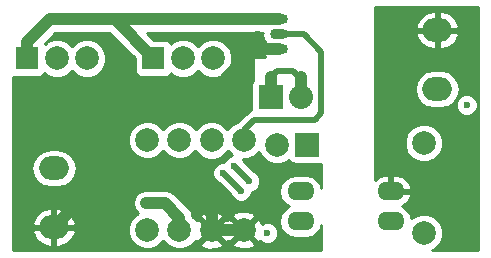
<source format=gbr>
G04 #@! TF.FileFunction,Copper,L2,Bot,Signal*
%FSLAX46Y46*%
G04 Gerber Fmt 4.6, Leading zero omitted, Abs format (unit mm)*
G04 Created by KiCad (PCBNEW 4.0.4-stable) date 03/11/17 00:41:46*
%MOMM*%
%LPD*%
G01*
G04 APERTURE LIST*
%ADD10C,0.100000*%
%ADD11C,0.600000*%
%ADD12O,2.300000X1.600000*%
%ADD13O,1.501140X0.899160*%
%ADD14O,2.500000X2.000000*%
%ADD15C,2.000000*%
%ADD16R,1.900000X1.900000*%
%ADD17R,2.000000X2.000000*%
%ADD18R,2.032000X2.032000*%
%ADD19O,2.032000X2.032000*%
%ADD20C,1.998980*%
%ADD21C,0.500000*%
%ADD22C,1.000000*%
%ADD23C,0.250000*%
G04 APERTURE END LIST*
D10*
D11*
X216890000Y-133465000D03*
X220125000Y-136600000D03*
X218665000Y-130265000D03*
X185775000Y-133825000D03*
X201550000Y-136150000D03*
X206875000Y-138475000D03*
X206451200Y-135712200D03*
X210075000Y-141650000D03*
X190475000Y-137550000D03*
X194437000Y-135407400D03*
X193125000Y-133200000D03*
X201800000Y-130450000D03*
X203600000Y-127075000D03*
X185450000Y-128100000D03*
X195700000Y-128450000D03*
X191450000Y-129000000D03*
X205550000Y-123925000D03*
X191000000Y-134800000D03*
X200400000Y-127850000D03*
D12*
X216750000Y-139800000D03*
X216750000Y-137260000D03*
X209130000Y-137260000D03*
X209130000Y-139800000D03*
D11*
X186250000Y-137750000D03*
X222800000Y-140275000D03*
X217600000Y-125925000D03*
X222800000Y-136075000D03*
X223189800Y-129946400D03*
X223175000Y-122825000D03*
X222875000Y-127175000D03*
X222290000Y-132340000D03*
X207391000Y-141757400D03*
X191650000Y-140925000D03*
X186400000Y-129950000D03*
X185600000Y-141450000D03*
X193550000Y-138400000D03*
X197500000Y-135200000D03*
X193750000Y-125350000D03*
X206324200Y-140792200D03*
X193875000Y-130650000D03*
D13*
X207300000Y-123970000D03*
X207300000Y-125240000D03*
X207300000Y-122700000D03*
D11*
X216650000Y-122675000D03*
D14*
X188250000Y-135300000D03*
X188250000Y-140300000D03*
X220700000Y-123600000D03*
X220700000Y-128600000D03*
D15*
X188500000Y-126000000D03*
X191040000Y-126000000D03*
D16*
X185960000Y-126000000D03*
D15*
X199200000Y-126000000D03*
X201740000Y-126000000D03*
D16*
X196660000Y-126000000D03*
D17*
X209700000Y-133300000D03*
D15*
X207160000Y-133300000D03*
D18*
X206600000Y-129300000D03*
D19*
X209140000Y-129300000D03*
D20*
X196164200Y-140538200D03*
X196164200Y-132918200D03*
X219557600Y-140792200D03*
X219557600Y-133172200D03*
X198882000Y-140538200D03*
X198882000Y-132918200D03*
X201599800Y-140563600D03*
X201599800Y-132943600D03*
X204317600Y-140538200D03*
X204317600Y-132918200D03*
D11*
X196088000Y-138226800D03*
X203500000Y-135100000D03*
X204800000Y-136400000D03*
X204100000Y-137200000D03*
X202600000Y-135700000D03*
D21*
X206600000Y-127600000D02*
X207150000Y-127050000D01*
X207150000Y-127050000D02*
X208450000Y-127050000D01*
X208450000Y-127050000D02*
X209010000Y-127610000D01*
X209010000Y-127610000D02*
X209140000Y-127610000D01*
D22*
X206600000Y-129300000D02*
X206600000Y-127600000D01*
D21*
X209130000Y-127600000D02*
X209140000Y-127610000D01*
D22*
X209140000Y-129300000D02*
X209140000Y-127610000D01*
X198882000Y-140538200D02*
X198882000Y-139471400D01*
X197637400Y-138226800D02*
X196088000Y-138226800D01*
X198882000Y-139471400D02*
X197637400Y-138226800D01*
X191800000Y-136800000D02*
X191750000Y-136800000D01*
X191750000Y-136800000D02*
X188250000Y-140300000D01*
X199200000Y-136800000D02*
X191800000Y-136800000D01*
X207300000Y-125240000D02*
X205260000Y-125240000D01*
X192200000Y-136400000D02*
X191800000Y-136800000D01*
X192200000Y-133000000D02*
X192200000Y-136400000D01*
X194700000Y-130500000D02*
X192200000Y-133000000D01*
X200000000Y-130500000D02*
X194700000Y-130500000D01*
X205260000Y-125240000D02*
X200000000Y-130500000D01*
X201600000Y-139200000D02*
X199200000Y-136800000D01*
X204300000Y-140500000D02*
X201600000Y-140500000D01*
X201600000Y-140500000D02*
X201600000Y-139200000D01*
X196660000Y-126000000D02*
X196660000Y-125960000D01*
X196660000Y-125960000D02*
X193400000Y-122700000D01*
X185960000Y-126000000D02*
X185960000Y-124640000D01*
X187900000Y-122700000D02*
X193400000Y-122700000D01*
X193400000Y-122700000D02*
X207300000Y-122700000D01*
X185960000Y-124640000D02*
X187900000Y-122700000D01*
D21*
X209450000Y-131200000D02*
X210350000Y-131200000D01*
X204317600Y-132082400D02*
X205200000Y-131200000D01*
X205200000Y-131200000D02*
X209450000Y-131200000D01*
X209420000Y-123970000D02*
X207300000Y-123970000D01*
X209420000Y-123970000D02*
X210900000Y-125450000D01*
X210900000Y-125450000D02*
X210900000Y-129750000D01*
X210900000Y-130650000D02*
X210900000Y-129750000D01*
X210350000Y-131200000D02*
X210900000Y-130650000D01*
X204317600Y-132918200D02*
X204317600Y-132082400D01*
X204350000Y-132830000D02*
X204300000Y-132880000D01*
X204800000Y-136400000D02*
X203500000Y-135100000D01*
X204100000Y-137200000D02*
X202600000Y-135700000D01*
D23*
G36*
X195072756Y-125963746D02*
X195072756Y-126950000D01*
X195116337Y-127181611D01*
X195253219Y-127394332D01*
X195462076Y-127537038D01*
X195710000Y-127587244D01*
X197610000Y-127587244D01*
X197841611Y-127543663D01*
X198054332Y-127406781D01*
X198157502Y-127255787D01*
X198278309Y-127376805D01*
X198875349Y-127624718D01*
X199521814Y-127625282D01*
X200119286Y-127378412D01*
X200470211Y-127028099D01*
X200818309Y-127376805D01*
X201415349Y-127624718D01*
X202061814Y-127625282D01*
X202659286Y-127378412D01*
X203116805Y-126921691D01*
X203364718Y-126324651D01*
X203365282Y-125678186D01*
X203118412Y-125080714D01*
X202661691Y-124623195D01*
X202064651Y-124375282D01*
X201418186Y-124374718D01*
X200820714Y-124621588D01*
X200469789Y-124971901D01*
X200121691Y-124623195D01*
X199524651Y-124375282D01*
X198878186Y-124374718D01*
X198280714Y-124621588D01*
X198156692Y-124745394D01*
X198066781Y-124605668D01*
X197857924Y-124462962D01*
X197610000Y-124412756D01*
X196703746Y-124412756D01*
X196115990Y-123825000D01*
X205926323Y-123825000D01*
X205897481Y-123970000D01*
X205979279Y-124381224D01*
X206131196Y-124608585D01*
X205964419Y-124949579D01*
X206089227Y-125115000D01*
X207175000Y-125115000D01*
X207175000Y-125095000D01*
X207425000Y-125095000D01*
X207425000Y-125115000D01*
X207445000Y-125115000D01*
X207445000Y-125365000D01*
X207425000Y-125365000D01*
X207425000Y-125385000D01*
X207175000Y-125385000D01*
X207175000Y-125365000D01*
X206089227Y-125365000D01*
X205964419Y-125530421D01*
X206132950Y-125875000D01*
X205250000Y-125875000D01*
X205204568Y-125883549D01*
X205162841Y-125910399D01*
X205134848Y-125951368D01*
X205125000Y-126000000D01*
X205125000Y-127848686D01*
X204996962Y-128036076D01*
X204946756Y-128284000D01*
X204946756Y-130316000D01*
X204957525Y-130373231D01*
X204865152Y-130391605D01*
X204581282Y-130581282D01*
X203779886Y-131382678D01*
X203398602Y-131540221D01*
X202945633Y-131992400D01*
X202521201Y-131567227D01*
X201924349Y-131319392D01*
X201278087Y-131318828D01*
X200680802Y-131565621D01*
X200253233Y-131992445D01*
X199803401Y-131541827D01*
X199206549Y-131293992D01*
X198560287Y-131293428D01*
X197963002Y-131540221D01*
X197522733Y-131979722D01*
X197085601Y-131541827D01*
X196488749Y-131293992D01*
X195842487Y-131293428D01*
X195245202Y-131540221D01*
X194787827Y-131996799D01*
X194539992Y-132593651D01*
X194539428Y-133239913D01*
X194786221Y-133837198D01*
X195242799Y-134294573D01*
X195839651Y-134542408D01*
X196485913Y-134542972D01*
X197083198Y-134296179D01*
X197523467Y-133856678D01*
X197960599Y-134294573D01*
X198557451Y-134542408D01*
X199203713Y-134542972D01*
X199800998Y-134296179D01*
X200228567Y-133869355D01*
X200678399Y-134319973D01*
X201275251Y-134567808D01*
X201921513Y-134568372D01*
X202518798Y-134321579D01*
X202971767Y-133869400D01*
X203288396Y-134186582D01*
X202976714Y-134315366D01*
X202716280Y-134575345D01*
X202633364Y-134775029D01*
X202416813Y-134774840D01*
X202076714Y-134915366D01*
X201816280Y-135175345D01*
X201675161Y-135515199D01*
X201674840Y-135883187D01*
X201815366Y-136223286D01*
X202075345Y-136483720D01*
X202196657Y-136534093D01*
X203265736Y-137603173D01*
X203315366Y-137723286D01*
X203575345Y-137983720D01*
X203915199Y-138124839D01*
X204283187Y-138125160D01*
X204623286Y-137984634D01*
X204883720Y-137724655D01*
X205024839Y-137384801D01*
X205024906Y-137307922D01*
X205323286Y-137184634D01*
X205583720Y-136924655D01*
X205724839Y-136584801D01*
X205725160Y-136216813D01*
X205584634Y-135876714D01*
X205324655Y-135616280D01*
X205203345Y-135565908D01*
X204334264Y-134696828D01*
X204284634Y-134576714D01*
X204250612Y-134542633D01*
X204639313Y-134542972D01*
X205236598Y-134296179D01*
X205644933Y-133888555D01*
X205781588Y-134219286D01*
X206238309Y-134676805D01*
X206835349Y-134924718D01*
X207481814Y-134925282D01*
X208079286Y-134678412D01*
X208153274Y-134604553D01*
X208243219Y-134744332D01*
X208452076Y-134887038D01*
X208700000Y-134937244D01*
X210700000Y-134937244D01*
X210875000Y-134904315D01*
X210875000Y-136934360D01*
X210831302Y-136714676D01*
X210522401Y-136252373D01*
X210060098Y-135943472D01*
X209514774Y-135835000D01*
X208745226Y-135835000D01*
X208199902Y-135943472D01*
X207737599Y-136252373D01*
X207428698Y-136714676D01*
X207320226Y-137260000D01*
X207428698Y-137805324D01*
X207737599Y-138267627D01*
X208130268Y-138530000D01*
X207737599Y-138792373D01*
X207428698Y-139254676D01*
X207320226Y-139800000D01*
X207428698Y-140345324D01*
X207737599Y-140807627D01*
X208199902Y-141116528D01*
X208745226Y-141225000D01*
X209514774Y-141225000D01*
X210060098Y-141116528D01*
X210522401Y-140807627D01*
X210831302Y-140345324D01*
X210875000Y-140125640D01*
X210875000Y-142250000D01*
X184800000Y-142250000D01*
X184800000Y-140676914D01*
X186419316Y-140676914D01*
X186450860Y-140806375D01*
X186762563Y-141360660D01*
X187262654Y-141753469D01*
X187875000Y-141925000D01*
X188125000Y-141925000D01*
X188125000Y-140425000D01*
X188375000Y-140425000D01*
X188375000Y-141925000D01*
X188625000Y-141925000D01*
X189237346Y-141753469D01*
X189737437Y-141360660D01*
X190019032Y-140859913D01*
X194539428Y-140859913D01*
X194786221Y-141457198D01*
X195242799Y-141914573D01*
X195839651Y-142162408D01*
X196485913Y-142162972D01*
X197083198Y-141916179D01*
X197523467Y-141476678D01*
X197960599Y-141914573D01*
X198557451Y-142162408D01*
X199203713Y-142162972D01*
X199800998Y-141916179D01*
X200008532Y-141709006D01*
X200631170Y-141709006D01*
X200730146Y-141973239D01*
X201335790Y-142198739D01*
X201981628Y-142175304D01*
X202469454Y-141973239D01*
X202568430Y-141709006D01*
X202543030Y-141683606D01*
X203348970Y-141683606D01*
X203447946Y-141947839D01*
X204053590Y-142173339D01*
X204699428Y-142149904D01*
X205187254Y-141947839D01*
X205286230Y-141683606D01*
X204317600Y-140714977D01*
X203348970Y-141683606D01*
X202543030Y-141683606D01*
X201599800Y-140740377D01*
X200631170Y-141709006D01*
X200008532Y-141709006D01*
X200258373Y-141459601D01*
X200258659Y-141458912D01*
X200454394Y-141532230D01*
X201423023Y-140563600D01*
X201776577Y-140563600D01*
X202745206Y-141532230D01*
X202992605Y-141439560D01*
X203172194Y-141506830D01*
X204140823Y-140538200D01*
X204494377Y-140538200D01*
X205463006Y-141506830D01*
X205657755Y-141433881D01*
X205799545Y-141575920D01*
X206139399Y-141717039D01*
X206507387Y-141717360D01*
X206847486Y-141576834D01*
X207107920Y-141316855D01*
X207249039Y-140977001D01*
X207249360Y-140609013D01*
X207108834Y-140268914D01*
X206848855Y-140008480D01*
X206509001Y-139867361D01*
X206141013Y-139867040D01*
X205857911Y-139984015D01*
X205727239Y-139668546D01*
X205463006Y-139569570D01*
X204494377Y-140538200D01*
X204140823Y-140538200D01*
X203172194Y-139569570D01*
X202924795Y-139662240D01*
X202745206Y-139594970D01*
X201776577Y-140563600D01*
X201423023Y-140563600D01*
X200454394Y-139594970D01*
X200277366Y-139661281D01*
X200259979Y-139619202D01*
X200059321Y-139418194D01*
X200631170Y-139418194D01*
X201599800Y-140386823D01*
X202568430Y-139418194D01*
X202558916Y-139392794D01*
X203348970Y-139392794D01*
X204317600Y-140361423D01*
X205286230Y-139392794D01*
X205187254Y-139128561D01*
X204581610Y-138903061D01*
X203935772Y-138926496D01*
X203447946Y-139128561D01*
X203348970Y-139392794D01*
X202558916Y-139392794D01*
X202469454Y-139153961D01*
X201863810Y-138928461D01*
X201217972Y-138951896D01*
X200730146Y-139153961D01*
X200631170Y-139418194D01*
X200059321Y-139418194D01*
X199980763Y-139339499D01*
X199921364Y-139040881D01*
X199677495Y-138675905D01*
X198432895Y-137431305D01*
X198360881Y-137383187D01*
X198067919Y-137187436D01*
X197637400Y-137101800D01*
X196088000Y-137101800D01*
X195657481Y-137187436D01*
X195292505Y-137431305D01*
X195048636Y-137796281D01*
X194963000Y-138226800D01*
X195048636Y-138657319D01*
X195292505Y-139022295D01*
X195401978Y-139095442D01*
X195245202Y-139160221D01*
X194787827Y-139616799D01*
X194539992Y-140213651D01*
X194539428Y-140859913D01*
X190019032Y-140859913D01*
X190049140Y-140806375D01*
X190080684Y-140676914D01*
X189963421Y-140425000D01*
X188375000Y-140425000D01*
X188125000Y-140425000D01*
X186536579Y-140425000D01*
X186419316Y-140676914D01*
X184800000Y-140676914D01*
X184800000Y-139923086D01*
X186419316Y-139923086D01*
X186536579Y-140175000D01*
X188125000Y-140175000D01*
X188125000Y-138675000D01*
X188375000Y-138675000D01*
X188375000Y-140175000D01*
X189963421Y-140175000D01*
X190080684Y-139923086D01*
X190049140Y-139793625D01*
X189737437Y-139239340D01*
X189237346Y-138846531D01*
X188625000Y-138675000D01*
X188375000Y-138675000D01*
X188125000Y-138675000D01*
X187875000Y-138675000D01*
X187262654Y-138846531D01*
X186762563Y-139239340D01*
X186450860Y-139793625D01*
X186419316Y-139923086D01*
X184800000Y-139923086D01*
X184800000Y-135300000D01*
X186338267Y-135300000D01*
X186461963Y-135921861D01*
X186814218Y-136449049D01*
X187341406Y-136801304D01*
X187963267Y-136925000D01*
X188536733Y-136925000D01*
X189158594Y-136801304D01*
X189685782Y-136449049D01*
X190038037Y-135921861D01*
X190161733Y-135300000D01*
X190038037Y-134678139D01*
X189685782Y-134150951D01*
X189158594Y-133798696D01*
X188536733Y-133675000D01*
X187963267Y-133675000D01*
X187341406Y-133798696D01*
X186814218Y-134150951D01*
X186461963Y-134678139D01*
X186338267Y-135300000D01*
X184800000Y-135300000D01*
X184800000Y-127544718D01*
X185010000Y-127587244D01*
X186910000Y-127587244D01*
X187141611Y-127543663D01*
X187354332Y-127406781D01*
X187457502Y-127255787D01*
X187578309Y-127376805D01*
X188175349Y-127624718D01*
X188821814Y-127625282D01*
X189419286Y-127378412D01*
X189770211Y-127028099D01*
X190118309Y-127376805D01*
X190715349Y-127624718D01*
X191361814Y-127625282D01*
X191959286Y-127378412D01*
X192416805Y-126921691D01*
X192664718Y-126324651D01*
X192665282Y-125678186D01*
X192418412Y-125080714D01*
X191961691Y-124623195D01*
X191364651Y-124375282D01*
X190718186Y-124374718D01*
X190120714Y-124621588D01*
X189769789Y-124971901D01*
X189421691Y-124623195D01*
X188824651Y-124375282D01*
X188178186Y-124374718D01*
X187580714Y-124621588D01*
X187456692Y-124745394D01*
X187452348Y-124738642D01*
X188365990Y-123825000D01*
X192934010Y-123825000D01*
X195072756Y-125963746D01*
X195072756Y-125963746D01*
G37*
X195072756Y-125963746D02*
X195072756Y-126950000D01*
X195116337Y-127181611D01*
X195253219Y-127394332D01*
X195462076Y-127537038D01*
X195710000Y-127587244D01*
X197610000Y-127587244D01*
X197841611Y-127543663D01*
X198054332Y-127406781D01*
X198157502Y-127255787D01*
X198278309Y-127376805D01*
X198875349Y-127624718D01*
X199521814Y-127625282D01*
X200119286Y-127378412D01*
X200470211Y-127028099D01*
X200818309Y-127376805D01*
X201415349Y-127624718D01*
X202061814Y-127625282D01*
X202659286Y-127378412D01*
X203116805Y-126921691D01*
X203364718Y-126324651D01*
X203365282Y-125678186D01*
X203118412Y-125080714D01*
X202661691Y-124623195D01*
X202064651Y-124375282D01*
X201418186Y-124374718D01*
X200820714Y-124621588D01*
X200469789Y-124971901D01*
X200121691Y-124623195D01*
X199524651Y-124375282D01*
X198878186Y-124374718D01*
X198280714Y-124621588D01*
X198156692Y-124745394D01*
X198066781Y-124605668D01*
X197857924Y-124462962D01*
X197610000Y-124412756D01*
X196703746Y-124412756D01*
X196115990Y-123825000D01*
X205926323Y-123825000D01*
X205897481Y-123970000D01*
X205979279Y-124381224D01*
X206131196Y-124608585D01*
X205964419Y-124949579D01*
X206089227Y-125115000D01*
X207175000Y-125115000D01*
X207175000Y-125095000D01*
X207425000Y-125095000D01*
X207425000Y-125115000D01*
X207445000Y-125115000D01*
X207445000Y-125365000D01*
X207425000Y-125365000D01*
X207425000Y-125385000D01*
X207175000Y-125385000D01*
X207175000Y-125365000D01*
X206089227Y-125365000D01*
X205964419Y-125530421D01*
X206132950Y-125875000D01*
X205250000Y-125875000D01*
X205204568Y-125883549D01*
X205162841Y-125910399D01*
X205134848Y-125951368D01*
X205125000Y-126000000D01*
X205125000Y-127848686D01*
X204996962Y-128036076D01*
X204946756Y-128284000D01*
X204946756Y-130316000D01*
X204957525Y-130373231D01*
X204865152Y-130391605D01*
X204581282Y-130581282D01*
X203779886Y-131382678D01*
X203398602Y-131540221D01*
X202945633Y-131992400D01*
X202521201Y-131567227D01*
X201924349Y-131319392D01*
X201278087Y-131318828D01*
X200680802Y-131565621D01*
X200253233Y-131992445D01*
X199803401Y-131541827D01*
X199206549Y-131293992D01*
X198560287Y-131293428D01*
X197963002Y-131540221D01*
X197522733Y-131979722D01*
X197085601Y-131541827D01*
X196488749Y-131293992D01*
X195842487Y-131293428D01*
X195245202Y-131540221D01*
X194787827Y-131996799D01*
X194539992Y-132593651D01*
X194539428Y-133239913D01*
X194786221Y-133837198D01*
X195242799Y-134294573D01*
X195839651Y-134542408D01*
X196485913Y-134542972D01*
X197083198Y-134296179D01*
X197523467Y-133856678D01*
X197960599Y-134294573D01*
X198557451Y-134542408D01*
X199203713Y-134542972D01*
X199800998Y-134296179D01*
X200228567Y-133869355D01*
X200678399Y-134319973D01*
X201275251Y-134567808D01*
X201921513Y-134568372D01*
X202518798Y-134321579D01*
X202971767Y-133869400D01*
X203288396Y-134186582D01*
X202976714Y-134315366D01*
X202716280Y-134575345D01*
X202633364Y-134775029D01*
X202416813Y-134774840D01*
X202076714Y-134915366D01*
X201816280Y-135175345D01*
X201675161Y-135515199D01*
X201674840Y-135883187D01*
X201815366Y-136223286D01*
X202075345Y-136483720D01*
X202196657Y-136534093D01*
X203265736Y-137603173D01*
X203315366Y-137723286D01*
X203575345Y-137983720D01*
X203915199Y-138124839D01*
X204283187Y-138125160D01*
X204623286Y-137984634D01*
X204883720Y-137724655D01*
X205024839Y-137384801D01*
X205024906Y-137307922D01*
X205323286Y-137184634D01*
X205583720Y-136924655D01*
X205724839Y-136584801D01*
X205725160Y-136216813D01*
X205584634Y-135876714D01*
X205324655Y-135616280D01*
X205203345Y-135565908D01*
X204334264Y-134696828D01*
X204284634Y-134576714D01*
X204250612Y-134542633D01*
X204639313Y-134542972D01*
X205236598Y-134296179D01*
X205644933Y-133888555D01*
X205781588Y-134219286D01*
X206238309Y-134676805D01*
X206835349Y-134924718D01*
X207481814Y-134925282D01*
X208079286Y-134678412D01*
X208153274Y-134604553D01*
X208243219Y-134744332D01*
X208452076Y-134887038D01*
X208700000Y-134937244D01*
X210700000Y-134937244D01*
X210875000Y-134904315D01*
X210875000Y-136934360D01*
X210831302Y-136714676D01*
X210522401Y-136252373D01*
X210060098Y-135943472D01*
X209514774Y-135835000D01*
X208745226Y-135835000D01*
X208199902Y-135943472D01*
X207737599Y-136252373D01*
X207428698Y-136714676D01*
X207320226Y-137260000D01*
X207428698Y-137805324D01*
X207737599Y-138267627D01*
X208130268Y-138530000D01*
X207737599Y-138792373D01*
X207428698Y-139254676D01*
X207320226Y-139800000D01*
X207428698Y-140345324D01*
X207737599Y-140807627D01*
X208199902Y-141116528D01*
X208745226Y-141225000D01*
X209514774Y-141225000D01*
X210060098Y-141116528D01*
X210522401Y-140807627D01*
X210831302Y-140345324D01*
X210875000Y-140125640D01*
X210875000Y-142250000D01*
X184800000Y-142250000D01*
X184800000Y-140676914D01*
X186419316Y-140676914D01*
X186450860Y-140806375D01*
X186762563Y-141360660D01*
X187262654Y-141753469D01*
X187875000Y-141925000D01*
X188125000Y-141925000D01*
X188125000Y-140425000D01*
X188375000Y-140425000D01*
X188375000Y-141925000D01*
X188625000Y-141925000D01*
X189237346Y-141753469D01*
X189737437Y-141360660D01*
X190019032Y-140859913D01*
X194539428Y-140859913D01*
X194786221Y-141457198D01*
X195242799Y-141914573D01*
X195839651Y-142162408D01*
X196485913Y-142162972D01*
X197083198Y-141916179D01*
X197523467Y-141476678D01*
X197960599Y-141914573D01*
X198557451Y-142162408D01*
X199203713Y-142162972D01*
X199800998Y-141916179D01*
X200008532Y-141709006D01*
X200631170Y-141709006D01*
X200730146Y-141973239D01*
X201335790Y-142198739D01*
X201981628Y-142175304D01*
X202469454Y-141973239D01*
X202568430Y-141709006D01*
X202543030Y-141683606D01*
X203348970Y-141683606D01*
X203447946Y-141947839D01*
X204053590Y-142173339D01*
X204699428Y-142149904D01*
X205187254Y-141947839D01*
X205286230Y-141683606D01*
X204317600Y-140714977D01*
X203348970Y-141683606D01*
X202543030Y-141683606D01*
X201599800Y-140740377D01*
X200631170Y-141709006D01*
X200008532Y-141709006D01*
X200258373Y-141459601D01*
X200258659Y-141458912D01*
X200454394Y-141532230D01*
X201423023Y-140563600D01*
X201776577Y-140563600D01*
X202745206Y-141532230D01*
X202992605Y-141439560D01*
X203172194Y-141506830D01*
X204140823Y-140538200D01*
X204494377Y-140538200D01*
X205463006Y-141506830D01*
X205657755Y-141433881D01*
X205799545Y-141575920D01*
X206139399Y-141717039D01*
X206507387Y-141717360D01*
X206847486Y-141576834D01*
X207107920Y-141316855D01*
X207249039Y-140977001D01*
X207249360Y-140609013D01*
X207108834Y-140268914D01*
X206848855Y-140008480D01*
X206509001Y-139867361D01*
X206141013Y-139867040D01*
X205857911Y-139984015D01*
X205727239Y-139668546D01*
X205463006Y-139569570D01*
X204494377Y-140538200D01*
X204140823Y-140538200D01*
X203172194Y-139569570D01*
X202924795Y-139662240D01*
X202745206Y-139594970D01*
X201776577Y-140563600D01*
X201423023Y-140563600D01*
X200454394Y-139594970D01*
X200277366Y-139661281D01*
X200259979Y-139619202D01*
X200059321Y-139418194D01*
X200631170Y-139418194D01*
X201599800Y-140386823D01*
X202568430Y-139418194D01*
X202558916Y-139392794D01*
X203348970Y-139392794D01*
X204317600Y-140361423D01*
X205286230Y-139392794D01*
X205187254Y-139128561D01*
X204581610Y-138903061D01*
X203935772Y-138926496D01*
X203447946Y-139128561D01*
X203348970Y-139392794D01*
X202558916Y-139392794D01*
X202469454Y-139153961D01*
X201863810Y-138928461D01*
X201217972Y-138951896D01*
X200730146Y-139153961D01*
X200631170Y-139418194D01*
X200059321Y-139418194D01*
X199980763Y-139339499D01*
X199921364Y-139040881D01*
X199677495Y-138675905D01*
X198432895Y-137431305D01*
X198360881Y-137383187D01*
X198067919Y-137187436D01*
X197637400Y-137101800D01*
X196088000Y-137101800D01*
X195657481Y-137187436D01*
X195292505Y-137431305D01*
X195048636Y-137796281D01*
X194963000Y-138226800D01*
X195048636Y-138657319D01*
X195292505Y-139022295D01*
X195401978Y-139095442D01*
X195245202Y-139160221D01*
X194787827Y-139616799D01*
X194539992Y-140213651D01*
X194539428Y-140859913D01*
X190019032Y-140859913D01*
X190049140Y-140806375D01*
X190080684Y-140676914D01*
X189963421Y-140425000D01*
X188375000Y-140425000D01*
X188125000Y-140425000D01*
X186536579Y-140425000D01*
X186419316Y-140676914D01*
X184800000Y-140676914D01*
X184800000Y-139923086D01*
X186419316Y-139923086D01*
X186536579Y-140175000D01*
X188125000Y-140175000D01*
X188125000Y-138675000D01*
X188375000Y-138675000D01*
X188375000Y-140175000D01*
X189963421Y-140175000D01*
X190080684Y-139923086D01*
X190049140Y-139793625D01*
X189737437Y-139239340D01*
X189237346Y-138846531D01*
X188625000Y-138675000D01*
X188375000Y-138675000D01*
X188125000Y-138675000D01*
X187875000Y-138675000D01*
X187262654Y-138846531D01*
X186762563Y-139239340D01*
X186450860Y-139793625D01*
X186419316Y-139923086D01*
X184800000Y-139923086D01*
X184800000Y-135300000D01*
X186338267Y-135300000D01*
X186461963Y-135921861D01*
X186814218Y-136449049D01*
X187341406Y-136801304D01*
X187963267Y-136925000D01*
X188536733Y-136925000D01*
X189158594Y-136801304D01*
X189685782Y-136449049D01*
X190038037Y-135921861D01*
X190161733Y-135300000D01*
X190038037Y-134678139D01*
X189685782Y-134150951D01*
X189158594Y-133798696D01*
X188536733Y-133675000D01*
X187963267Y-133675000D01*
X187341406Y-133798696D01*
X186814218Y-134150951D01*
X186461963Y-134678139D01*
X186338267Y-135300000D01*
X184800000Y-135300000D01*
X184800000Y-127544718D01*
X185010000Y-127587244D01*
X186910000Y-127587244D01*
X187141611Y-127543663D01*
X187354332Y-127406781D01*
X187457502Y-127255787D01*
X187578309Y-127376805D01*
X188175349Y-127624718D01*
X188821814Y-127625282D01*
X189419286Y-127378412D01*
X189770211Y-127028099D01*
X190118309Y-127376805D01*
X190715349Y-127624718D01*
X191361814Y-127625282D01*
X191959286Y-127378412D01*
X192416805Y-126921691D01*
X192664718Y-126324651D01*
X192665282Y-125678186D01*
X192418412Y-125080714D01*
X191961691Y-124623195D01*
X191364651Y-124375282D01*
X190718186Y-124374718D01*
X190120714Y-124621588D01*
X189769789Y-124971901D01*
X189421691Y-124623195D01*
X188824651Y-124375282D01*
X188178186Y-124374718D01*
X187580714Y-124621588D01*
X187456692Y-124745394D01*
X187452348Y-124738642D01*
X188365990Y-123825000D01*
X192934010Y-123825000D01*
X195072756Y-125963746D01*
G36*
X224150000Y-142250000D02*
X220283416Y-142250000D01*
X220476598Y-142170179D01*
X220933973Y-141713601D01*
X221181808Y-141116749D01*
X221182372Y-140470487D01*
X220935579Y-139873202D01*
X220479001Y-139415827D01*
X219882149Y-139167992D01*
X219235887Y-139167428D01*
X218638602Y-139414221D01*
X218508810Y-139543787D01*
X218451302Y-139254676D01*
X218142401Y-138792373D01*
X217751737Y-138531340D01*
X217760809Y-138528693D01*
X218196016Y-138179239D01*
X218464364Y-137689839D01*
X218482476Y-137605521D01*
X218362577Y-137385000D01*
X216875000Y-137385000D01*
X216875000Y-137405000D01*
X216625000Y-137405000D01*
X216625000Y-137385000D01*
X216605000Y-137385000D01*
X216605000Y-137135000D01*
X216625000Y-137135000D01*
X216625000Y-135835000D01*
X216875000Y-135835000D01*
X216875000Y-137135000D01*
X218362577Y-137135000D01*
X218482476Y-136914479D01*
X218464364Y-136830161D01*
X218196016Y-136340761D01*
X217760809Y-135991307D01*
X217225000Y-135835000D01*
X216875000Y-135835000D01*
X216625000Y-135835000D01*
X216275000Y-135835000D01*
X215739191Y-135991307D01*
X215400000Y-136263664D01*
X215400000Y-133493913D01*
X217932828Y-133493913D01*
X218179621Y-134091198D01*
X218636199Y-134548573D01*
X219233051Y-134796408D01*
X219879313Y-134796972D01*
X220476598Y-134550179D01*
X220933973Y-134093601D01*
X221181808Y-133496749D01*
X221182372Y-132850487D01*
X220935579Y-132253202D01*
X220479001Y-131795827D01*
X219882149Y-131547992D01*
X219235887Y-131547428D01*
X218638602Y-131794221D01*
X218181227Y-132250799D01*
X217933392Y-132847651D01*
X217932828Y-133493913D01*
X215400000Y-133493913D01*
X215400000Y-128600000D01*
X218788267Y-128600000D01*
X218911963Y-129221861D01*
X219264218Y-129749049D01*
X219791406Y-130101304D01*
X220413267Y-130225000D01*
X220986733Y-130225000D01*
X221466405Y-130129587D01*
X222264640Y-130129587D01*
X222405166Y-130469686D01*
X222665145Y-130730120D01*
X223004999Y-130871239D01*
X223372987Y-130871560D01*
X223713086Y-130731034D01*
X223973520Y-130471055D01*
X224114639Y-130131201D01*
X224114960Y-129763213D01*
X223974434Y-129423114D01*
X223714455Y-129162680D01*
X223374601Y-129021561D01*
X223006613Y-129021240D01*
X222666514Y-129161766D01*
X222406080Y-129421745D01*
X222264961Y-129761599D01*
X222264640Y-130129587D01*
X221466405Y-130129587D01*
X221608594Y-130101304D01*
X222135782Y-129749049D01*
X222488037Y-129221861D01*
X222611733Y-128600000D01*
X222488037Y-127978139D01*
X222135782Y-127450951D01*
X221608594Y-127098696D01*
X220986733Y-126975000D01*
X220413267Y-126975000D01*
X219791406Y-127098696D01*
X219264218Y-127450951D01*
X218911963Y-127978139D01*
X218788267Y-128600000D01*
X215400000Y-128600000D01*
X215400000Y-123976914D01*
X218869316Y-123976914D01*
X218900860Y-124106375D01*
X219212563Y-124660660D01*
X219712654Y-125053469D01*
X220325000Y-125225000D01*
X220575000Y-125225000D01*
X220575000Y-123725000D01*
X220825000Y-123725000D01*
X220825000Y-125225000D01*
X221075000Y-125225000D01*
X221687346Y-125053469D01*
X222187437Y-124660660D01*
X222499140Y-124106375D01*
X222530684Y-123976914D01*
X222413421Y-123725000D01*
X220825000Y-123725000D01*
X220575000Y-123725000D01*
X218986579Y-123725000D01*
X218869316Y-123976914D01*
X215400000Y-123976914D01*
X215400000Y-123223086D01*
X218869316Y-123223086D01*
X218986579Y-123475000D01*
X220575000Y-123475000D01*
X220575000Y-121975000D01*
X220825000Y-121975000D01*
X220825000Y-123475000D01*
X222413421Y-123475000D01*
X222530684Y-123223086D01*
X222499140Y-123093625D01*
X222187437Y-122539340D01*
X221687346Y-122146531D01*
X221075000Y-121975000D01*
X220825000Y-121975000D01*
X220575000Y-121975000D01*
X220325000Y-121975000D01*
X219712654Y-122146531D01*
X219212563Y-122539340D01*
X218900860Y-123093625D01*
X218869316Y-123223086D01*
X215400000Y-123223086D01*
X215400000Y-121650000D01*
X224150000Y-121650000D01*
X224150000Y-142250000D01*
X224150000Y-142250000D01*
G37*
X224150000Y-142250000D02*
X220283416Y-142250000D01*
X220476598Y-142170179D01*
X220933973Y-141713601D01*
X221181808Y-141116749D01*
X221182372Y-140470487D01*
X220935579Y-139873202D01*
X220479001Y-139415827D01*
X219882149Y-139167992D01*
X219235887Y-139167428D01*
X218638602Y-139414221D01*
X218508810Y-139543787D01*
X218451302Y-139254676D01*
X218142401Y-138792373D01*
X217751737Y-138531340D01*
X217760809Y-138528693D01*
X218196016Y-138179239D01*
X218464364Y-137689839D01*
X218482476Y-137605521D01*
X218362577Y-137385000D01*
X216875000Y-137385000D01*
X216875000Y-137405000D01*
X216625000Y-137405000D01*
X216625000Y-137385000D01*
X216605000Y-137385000D01*
X216605000Y-137135000D01*
X216625000Y-137135000D01*
X216625000Y-135835000D01*
X216875000Y-135835000D01*
X216875000Y-137135000D01*
X218362577Y-137135000D01*
X218482476Y-136914479D01*
X218464364Y-136830161D01*
X218196016Y-136340761D01*
X217760809Y-135991307D01*
X217225000Y-135835000D01*
X216875000Y-135835000D01*
X216625000Y-135835000D01*
X216275000Y-135835000D01*
X215739191Y-135991307D01*
X215400000Y-136263664D01*
X215400000Y-133493913D01*
X217932828Y-133493913D01*
X218179621Y-134091198D01*
X218636199Y-134548573D01*
X219233051Y-134796408D01*
X219879313Y-134796972D01*
X220476598Y-134550179D01*
X220933973Y-134093601D01*
X221181808Y-133496749D01*
X221182372Y-132850487D01*
X220935579Y-132253202D01*
X220479001Y-131795827D01*
X219882149Y-131547992D01*
X219235887Y-131547428D01*
X218638602Y-131794221D01*
X218181227Y-132250799D01*
X217933392Y-132847651D01*
X217932828Y-133493913D01*
X215400000Y-133493913D01*
X215400000Y-128600000D01*
X218788267Y-128600000D01*
X218911963Y-129221861D01*
X219264218Y-129749049D01*
X219791406Y-130101304D01*
X220413267Y-130225000D01*
X220986733Y-130225000D01*
X221466405Y-130129587D01*
X222264640Y-130129587D01*
X222405166Y-130469686D01*
X222665145Y-130730120D01*
X223004999Y-130871239D01*
X223372987Y-130871560D01*
X223713086Y-130731034D01*
X223973520Y-130471055D01*
X224114639Y-130131201D01*
X224114960Y-129763213D01*
X223974434Y-129423114D01*
X223714455Y-129162680D01*
X223374601Y-129021561D01*
X223006613Y-129021240D01*
X222666514Y-129161766D01*
X222406080Y-129421745D01*
X222264961Y-129761599D01*
X222264640Y-130129587D01*
X221466405Y-130129587D01*
X221608594Y-130101304D01*
X222135782Y-129749049D01*
X222488037Y-129221861D01*
X222611733Y-128600000D01*
X222488037Y-127978139D01*
X222135782Y-127450951D01*
X221608594Y-127098696D01*
X220986733Y-126975000D01*
X220413267Y-126975000D01*
X219791406Y-127098696D01*
X219264218Y-127450951D01*
X218911963Y-127978139D01*
X218788267Y-128600000D01*
X215400000Y-128600000D01*
X215400000Y-123976914D01*
X218869316Y-123976914D01*
X218900860Y-124106375D01*
X219212563Y-124660660D01*
X219712654Y-125053469D01*
X220325000Y-125225000D01*
X220575000Y-125225000D01*
X220575000Y-123725000D01*
X220825000Y-123725000D01*
X220825000Y-125225000D01*
X221075000Y-125225000D01*
X221687346Y-125053469D01*
X222187437Y-124660660D01*
X222499140Y-124106375D01*
X222530684Y-123976914D01*
X222413421Y-123725000D01*
X220825000Y-123725000D01*
X220575000Y-123725000D01*
X218986579Y-123725000D01*
X218869316Y-123976914D01*
X215400000Y-123976914D01*
X215400000Y-123223086D01*
X218869316Y-123223086D01*
X218986579Y-123475000D01*
X220575000Y-123475000D01*
X220575000Y-121975000D01*
X220825000Y-121975000D01*
X220825000Y-123475000D01*
X222413421Y-123475000D01*
X222530684Y-123223086D01*
X222499140Y-123093625D01*
X222187437Y-122539340D01*
X221687346Y-122146531D01*
X221075000Y-121975000D01*
X220825000Y-121975000D01*
X220575000Y-121975000D01*
X220325000Y-121975000D01*
X219712654Y-122146531D01*
X219212563Y-122539340D01*
X218900860Y-123093625D01*
X218869316Y-123223086D01*
X215400000Y-123223086D01*
X215400000Y-121650000D01*
X224150000Y-121650000D01*
X224150000Y-142250000D01*
M02*

</source>
